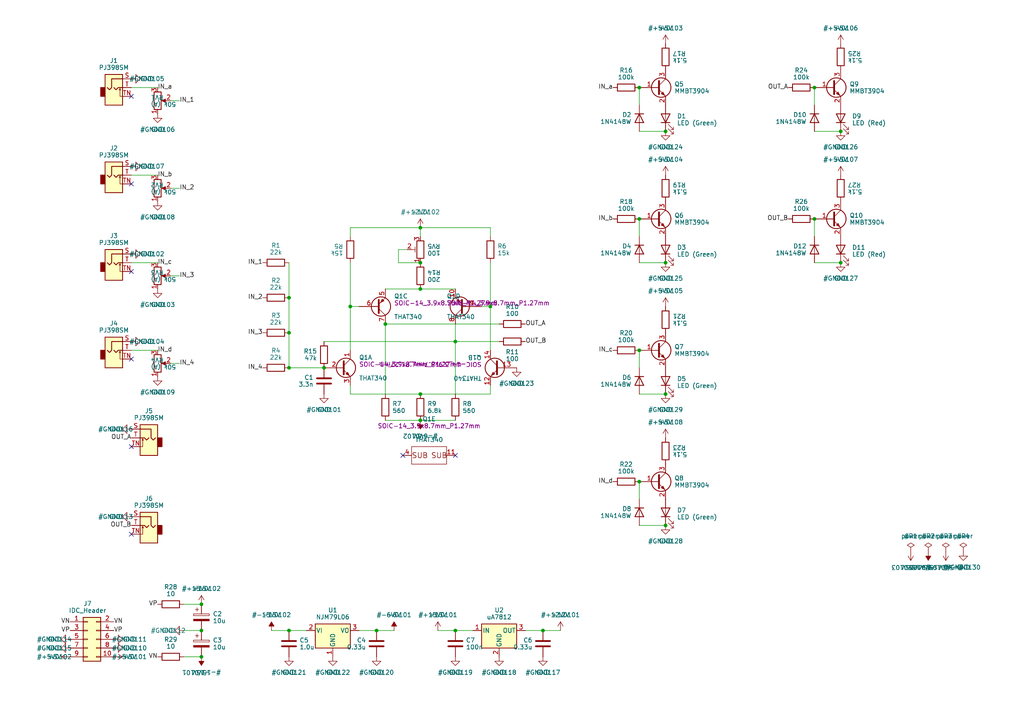
<source format=kicad_sch>
(kicad_sch (version 20211123) (generator elektron)
  (paper "A4")
  (title_block (title "cp3") (date "26-07-2023") (rev "1") (comment 1 "main circuit") (comment 2 "Moog like discrete mixer") (comment 4 "License CC BY 4.0 - Attribution 4.0 International"))
  (lib_symbols
    (symbol "Device:R" (pin_numbers hide) (pin_names (offset 0))
      (property "Reference" "R" (at 2.032 0 90))
      (property "Value" "R" (at 0 0 90))
      (symbol "R_0_1"
        (rectangle (start -1.016 -2.54) (end 1.016 2.54) (stroke (width 0.254)))
      )
      (symbol "R_1_1"
        (pin passive line (at 0 3.81 270) (length 1.27) (name "~") (number "1"))
        (pin passive line (at 0 -3.81 90) (length 1.27) (name "~") (number "2"))
      )
    )
    (symbol "elektrophon:THAT340" (pin_names (offset 0) hide)
      (property "Reference" "Q" (at 5.334 -5.08 0))
      (property "Value" "THAT340" (at 5.334 -6.858 0))
      (symbol "THAT340_1_0"
        (polyline (pts (xy 2.54 -2.54) (xy 0.635 -0.635)))
      )
      (symbol "THAT340_1_1"
        (polyline (pts (xy 2.54 2.54) (xy 0.635 0.635)))
        (polyline (pts (xy 0.635 1.905) (xy 0.635 -1.905) (xy 0.635 -1.905)) (stroke (width 0.508)))
        (polyline (pts (xy 1.27 -1.778) (xy 1.778 -1.27) (xy 2.286 -2.286) (xy 1.27 -1.778)) (fill (type outline)))
        (circle (center 1.27 0) (radius 2.794) (stroke (width 0.254)))
        (pin passive line (at 2.54 5.08 270) (length 2.54) (name "C") (number "1"))
        (pin input line (at -5.08 0 0) (length 5.715) (name "B") (number "2"))
        (pin passive line (at 2.54 -5.08 90) (length 2.54) (name "E") (number "3"))
      )
      (symbol "THAT340_2_0"
        (polyline (pts (xy 2.54 -2.54) (xy 0.635 -0.635)))
      )
      (symbol "THAT340_2_1"
        (polyline (pts (xy 2.54 2.54) (xy 0.635 0.635)))
        (polyline (pts (xy 0.635 1.905) (xy 0.635 -1.905) (xy 0.635 -1.905)) (stroke (width 0.508)))
        (polyline (pts (xy 1.27 -1.778) (xy 1.778 -1.27) (xy 2.286 -2.286) (xy 1.27 -1.778)) (fill (type outline)))
        (circle (center 1.27 0) (radius 2.794) (stroke (width 0.254)))
        (pin passive line (at 2.54 -5.08 90) (length 2.54) (name "E") (number "12"))
        (pin input line (at -5.08 0 0) (length 5.715) (name "B") (number "13"))
        (pin passive line (at 2.54 5.08 270) (length 2.54) (name "C") (number "14"))
      )
      (symbol "THAT340_3_0"
        (polyline (pts (xy 2.54 -2.54) (xy 0.635 -0.635)))
      )
      (symbol "THAT340_3_1"
        (polyline (pts (xy 2.54 2.54) (xy 0.635 0.635)))
        (polyline (pts (xy 0.635 1.905) (xy 0.635 -1.905) (xy 0.635 -1.905)) (stroke (width 0.508)))
        (polyline (pts (xy 2.159 1.651) (xy 1.651 2.159) (xy 1.143 1.143) (xy 2.159 1.651)) (fill (type outline)))
        (circle (center 1.27 0) (radius 2.794) (stroke (width 0.254)))
        (pin passive line (at 2.54 5.08 270) (length 2.54) (name "C") (number "5"))
        (pin input line (at -5.08 0 0) (length 5.715) (name "B") (number "6"))
        (pin passive line (at 2.54 -5.08 90) (length 2.54) (name "E") (number "7"))
      )
      (symbol "THAT340_4_0"
        (polyline (pts (xy 2.54 -2.54) (xy 0.635 -0.635)))
      )
      (symbol "THAT340_4_1"
        (polyline (pts (xy 2.54 2.54) (xy 0.635 0.635)))
        (polyline (pts (xy 0.635 1.905) (xy 0.635 -1.905) (xy 0.635 -1.905)) (stroke (width 0.508)))
        (polyline (pts (xy 2.159 1.651) (xy 1.651 2.159) (xy 1.143 1.143) (xy 2.159 1.651)) (fill (type outline)))
        (circle (center 1.27 0) (radius 2.794) (stroke (width 0.254)))
        (pin input line (at 2.54 5.08 270) (length 2.54) (name "~") (number "10"))
        (pin passive line (at 2.54 -5.08 90) (length 2.54) (name "E") (number "8"))
        (pin input line (at -5.08 0 0) (length 5.715) (name "B") (number "9"))
      )
      (symbol "THAT340_5_0"
        (text "SUB" (at -2.667 0 0) (effects (font (size 1.524 1.524))))
        (text "SUB" (at 2.921 0 0) (effects (font (size 1.524 1.524))))
      )
      (symbol "THAT340_5_1"
        (rectangle (start -5.08 2.54) (end 5.08 -2.54))
        (pin passive line (at 7.62 0 180) (length 2.54) (name "E") (number "11"))
        (pin input line (at -7.62 0 0) (length 2.54) (name "B") (number "4"))
      )
    )
    (symbol "power:+12V" (power) (pin_names (offset 0))
      (property "Value" "+12V" (at 0 3.556 0))
      (symbol "+12V_0_1"
        (polyline (pts (xy -0.762 1.27) (xy 0 2.54)))
        (polyline (pts (xy 0 0) (xy 0 2.54)))
        (polyline (pts (xy 0 2.54) (xy 0.762 1.27)))
      )
      (symbol "+12V_1_1"
        (pin power_in line (at 0 0 90) (length 0) hide (name "+12V") (number "1"))
      )
    )
    (symbol "Device:R_Potentiometer_Trim" (pin_names (offset 1.016) hide)
      (property "Reference" "RV" (at -4.445 0 90))
      (property "Value" "R_Potentiometer_Trim" (at -2.54 0 90))
      (symbol "R_Potentiometer_Trim_0_1"
        (polyline (pts (xy 1.524 0.762) (xy 1.524 -0.762)))
        (polyline (pts (xy 2.54 0) (xy 1.524 0)))
        (rectangle (start 1.016 2.54) (end -1.016 -2.54) (stroke (width 0.254)))
      )
      (symbol "R_Potentiometer_Trim_1_1"
        (pin passive line (at 0 3.81 270) (length 1.27) (name "1") (number "1"))
        (pin passive line (at 3.81 0 180) (length 1.27) (name "2") (number "2"))
        (pin passive line (at 0 -3.81 90) (length 1.27) (name "3") (number "3"))
      )
    )
    (symbol "power:GND" (power) (pin_names (offset 0))
      (property "Value" "GND" (at 0 -3.81 0))
      (symbol "GND_0_1"
        (polyline (pts (xy 0 0) (xy 0 -1.27) (xy 1.27 -1.27) (xy 0 -2.54) (xy -1.27 -1.27) (xy 0 -1.27)))
      )
      (symbol "GND_1_1"
        (pin power_in line (at 0 0 270) (length 0) hide (name "GND") (number "1"))
      )
    )
    (symbol "power:-6V" (power) (pin_names (offset 0))
      (property "Value" "-6V" (at 0 3.81 0))
      (symbol "-6V_0_0"
        (pin power_in line (at 0 0 90) (length 0) hide (name "-6V") (number "1"))
      )
      (symbol "-6V_0_1"
        (polyline (pts (xy 0 0) (xy 0 1.27) (xy 0.762 1.27) (xy 0 2.54) (xy -0.762 1.27) (xy 0 1.27)) (fill (type outline)))
      )
    )
    (symbol "Device:C" (pin_numbers hide) (pin_names (offset 0.254))
      (property "Reference" "C" (at 0.635 2.54 0))
      (property "Value" "C" (at 0.635 -2.54 0))
      (symbol "C_0_1"
        (polyline (pts (xy -2.032 -0.762) (xy 2.032 -0.762)) (stroke (width 0.508)))
        (polyline (pts (xy -2.032 0.762) (xy 2.032 0.762)) (stroke (width 0.508)))
      )
      (symbol "C_1_1"
        (pin passive line (at 0 3.81 270) (length 2.794) (name "~") (number "1"))
        (pin passive line (at 0 -3.81 90) (length 2.794) (name "~") (number "2"))
      )
    )
    (symbol "Connector_Audio:AudioJack2_SwitchT"
      (property "Reference" "J" (at 0 8.89 0))
      (property "Value" "AudioJack2_SwitchT" (at 0 6.35 0))
      (symbol "AudioJack2_SwitchT_0_1"
        (rectangle (start -2.54 0) (end -3.81 -2.54) (stroke (width 0.254)) (fill (type outline)))
        (polyline (pts (xy 1.778 -0.254) (xy 2.032 -0.762)))
        (polyline (pts (xy 0 0) (xy 0.635 -0.635) (xy 1.27 0) (xy 2.54 0)) (stroke (width 0.254)))
        (polyline (pts (xy 2.54 -2.54) (xy 1.778 -2.54) (xy 1.778 -0.254) (xy 1.524 -0.762)))
        (polyline (pts (xy 2.54 2.54) (xy -0.635 2.54) (xy -0.635 0) (xy -1.27 -0.635) (xy -1.905 0)) (stroke (width 0.254)))
        (rectangle (start 2.54 3.81) (end -2.54 -5.08) (stroke (width 0.254)) (fill (type background)))
      )
      (symbol "AudioJack2_SwitchT_1_1"
        (pin passive line (at 5.08 2.54 180) (length 2.54) (name "~") (number "S"))
        (pin passive line (at 5.08 0 180) (length 2.54) (name "~") (number "T"))
        (pin passive line (at 5.08 -2.54 180) (length 2.54) (name "~") (number "TN"))
      )
    )
    (symbol "Device:R_Potentiometer" (pin_names (offset 1.016) hide)
      (property "Reference" "RV" (at -4.445 0 90))
      (property "Value" "R_Potentiometer" (at -2.54 0 90))
      (symbol "R_Potentiometer_0_1"
        (polyline (pts (xy 2.54 0) (xy 1.524 0)))
        (polyline (pts (xy 1.143 0) (xy 2.286 0.508) (xy 2.286 -0.508) (xy 1.143 0)) (fill (type outline)))
        (rectangle (start 1.016 2.54) (end -1.016 -2.54) (stroke (width 0.254)))
      )
      (symbol "R_Potentiometer_1_1"
        (pin passive line (at 0 3.81 270) (length 1.27) (name "1") (number "1"))
        (pin passive line (at 3.81 0 180) (length 1.27) (name "2") (number "2"))
        (pin passive line (at 0 -3.81 90) (length 1.27) (name "3") (number "3"))
      )
    )
    (symbol "Transistor_BJT:MMBT3904" (pin_names (offset 0) hide)
      (property "Reference" "Q" (at 5.08 1.905 0))
      (property "Value" "MMBT3904" (at 5.08 0 0))
      (symbol "MMBT3904_0_1"
        (polyline (pts (xy 0.635 0.635) (xy 2.54 2.54)))
        (polyline (pts (xy 0.635 -0.635) (xy 2.54 -2.54) (xy 2.54 -2.54)))
        (polyline (pts (xy 0.635 1.905) (xy 0.635 -1.905) (xy 0.635 -1.905)) (stroke (width 0.508)))
        (polyline (pts (xy 1.27 -1.778) (xy 1.778 -1.27) (xy 2.286 -2.286) (xy 1.27 -1.778) (xy 1.27 -1.778)) (fill (type outline)))
        (circle (center 1.27 0) (radius 2.8194) (stroke (width 0.254)))
      )
      (symbol "MMBT3904_1_1"
        (pin input line (at -5.08 0 0) (length 5.715) (name "B") (number "1"))
        (pin passive line (at 2.54 -5.08 90) (length 2.54) (name "E") (number "2"))
        (pin passive line (at 2.54 5.08 270) (length 2.54) (name "C") (number "3"))
      )
    )
    (symbol "power:+5V" (power) (pin_names (offset 0))
      (property "Value" "+5V" (at 0 3.556 0))
      (symbol "+5V_0_1"
        (polyline (pts (xy -0.762 1.27) (xy 0 2.54)))
        (polyline (pts (xy 0 0) (xy 0 2.54)))
        (polyline (pts (xy 0 2.54) (xy 0.762 1.27)))
      )
      (symbol "+5V_1_1"
        (pin power_in line (at 0 0 90) (length 0) hide (name "+5V") (number "1"))
      )
    )
    (symbol "Device:LED" (pin_numbers hide) (pin_names (offset 1.016) hide)
      (property "Reference" "D" (at 0 2.54 0))
      (property "Value" "LED" (at 0 -2.54 0))
      (symbol "LED_0_1"
        (polyline (pts (xy -1.27 -1.27) (xy -1.27 1.27)) (stroke (width 0.254)))
        (polyline (pts (xy -1.27 0) (xy 1.27 0)))
        (polyline (pts (xy 1.27 -1.27) (xy 1.27 1.27) (xy -1.27 0) (xy 1.27 -1.27)) (stroke (width 0.254)))
        (polyline (pts (xy -3.048 -0.762) (xy -4.572 -2.286) (xy -3.81 -2.286) (xy -4.572 -2.286) (xy -4.572 -1.524)))
        (polyline (pts (xy -1.778 -0.762) (xy -3.302 -2.286) (xy -2.54 -2.286) (xy -3.302 -2.286) (xy -3.302 -1.524)))
      )
      (symbol "LED_1_1"
        (pin passive line (at -3.81 0 0) (length 2.54) (name "K") (number "1"))
        (pin passive line (at 3.81 0 180) (length 2.54) (name "A") (number "2"))
      )
    )
    (symbol "Diode:1N4148" (pin_numbers hide) (pin_names hide)
      (property "Reference" "D" (at 0 2.54 0))
      (property "Value" "1N4148" (at 0 -2.54 0))
      (symbol "1N4148_0_1"
        (polyline (pts (xy -1.27 1.27) (xy -1.27 -1.27)) (stroke (width 0.254)))
        (polyline (pts (xy 1.27 0) (xy -1.27 0)))
        (polyline (pts (xy 1.27 1.27) (xy 1.27 -1.27) (xy -1.27 0) (xy 1.27 1.27)) (stroke (width 0.254)))
      )
      (symbol "1N4148_1_1"
        (pin passive line (at -3.81 0 0) (length 2.54) (name "K") (number "1"))
        (pin passive line (at 3.81 0 180) (length 2.54) (name "A") (number "2"))
      )
    )
    (symbol "Connector_Generic:Conn_02x05_Odd_Even" (pin_names (offset 1.016) hide)
      (property "Reference" "J" (at 1.27 7.62 0))
      (property "Value" "Conn_02x05_Odd_Even" (at 1.27 -7.62 0))
      (symbol "Conn_02x05_Odd_Even_1_1"
        (rectangle (start -1.27 -4.953) (end 0 -5.207) (stroke (width 0.1524)))
        (rectangle (start -1.27 -2.413) (end 0 -2.667) (stroke (width 0.1524)))
        (rectangle (start -1.27 0.127) (end 0 -0.127) (stroke (width 0.1524)))
        (rectangle (start -1.27 2.667) (end 0 2.413) (stroke (width 0.1524)))
        (rectangle (start -1.27 5.207) (end 0 4.953) (stroke (width 0.1524)))
        (rectangle (start -1.27 6.35) (end 3.81 -6.35) (stroke (width 0.254)) (fill (type background)))
        (rectangle (start 3.81 -4.953) (end 2.54 -5.207) (stroke (width 0.1524)))
        (rectangle (start 3.81 -2.413) (end 2.54 -2.667) (stroke (width 0.1524)))
        (rectangle (start 3.81 0.127) (end 2.54 -0.127) (stroke (width 0.1524)))
        (rectangle (start 3.81 2.667) (end 2.54 2.413) (stroke (width 0.1524)))
        (rectangle (start 3.81 5.207) (end 2.54 4.953) (stroke (width 0.1524)))
        (pin passive line (at -5.08 5.08 0) (length 3.81) (name "Pin_1") (number "1"))
        (pin passive line (at 7.62 -5.08 180) (length 3.81) (name "Pin_10") (number "10"))
        (pin passive line (at 7.62 5.08 180) (length 3.81) (name "Pin_2") (number "2"))
        (pin passive line (at -5.08 2.54 0) (length 3.81) (name "Pin_3") (number "3"))
        (pin passive line (at 7.62 2.54 180) (length 3.81) (name "Pin_4") (number "4"))
        (pin passive line (at -5.08 0 0) (length 3.81) (name "Pin_5") (number "5"))
        (pin passive line (at 7.62 0 180) (length 3.81) (name "Pin_6") (number "6"))
        (pin passive line (at -5.08 -2.54 0) (length 3.81) (name "Pin_7") (number "7"))
        (pin passive line (at 7.62 -2.54 180) (length 3.81) (name "Pin_8") (number "8"))
        (pin passive line (at -5.08 -5.08 0) (length 3.81) (name "Pin_9") (number "9"))
      )
    )
    (symbol "power:+15V" (power) (pin_names (offset 0))
      (property "Value" "+15V" (at 0 3.556 0))
      (symbol "+15V_0_1"
        (polyline (pts (xy -0.762 1.27) (xy 0 2.54)))
        (polyline (pts (xy 0 0) (xy 0 2.54)))
        (polyline (pts (xy 0 2.54) (xy 0.762 1.27)))
      )
      (symbol "+15V_1_1"
        (pin power_in line (at 0 0 90) (length 0) hide (name "+15V") (number "1"))
      )
    )
    (symbol "Device:C_Polarized" (pin_numbers hide) (pin_names (offset 0.254))
      (property "Reference" "C" (at 0.635 2.54 0))
      (property "Value" "C_Polarized" (at 0.635 -2.54 0))
      (symbol "C_Polarized_0_1"
        (rectangle (start -2.286 0.508) (end 2.286 1.016))
        (polyline (pts (xy -1.778 2.286) (xy -0.762 2.286)))
        (polyline (pts (xy -1.27 2.794) (xy -1.27 1.778)))
        (rectangle (start 2.286 -0.508) (end -2.286 -1.016) (fill (type outline)))
      )
      (symbol "C_Polarized_1_1"
        (pin passive line (at 0 3.81 270) (length 2.794) (name "~") (number "1"))
        (pin passive line (at 0 -3.81 90) (length 2.794) (name "~") (number "2"))
      )
    )
    (symbol "power:-15V" (power) (pin_names (offset 0))
      (property "Value" "-15V" (at 0 3.81 0))
      (symbol "-15V_0_0"
        (pin power_in line (at 0 0 90) (length 0) hide (name "-15V") (number "1"))
      )
      (symbol "-15V_0_1"
        (polyline (pts (xy 0 0) (xy 0 1.27) (xy 0.762 1.27) (xy 0 2.54) (xy -0.762 1.27) (xy 0 1.27)) (fill (type outline)))
      )
    )
    (symbol "elektrophon:NJM79L00S" (pin_names (offset 0.254))
      (property "Reference" "U" (at -3.81 3.175 0))
      (property "Value" "NJM79L00S" (at 0 3.175 0))
      (symbol "NJM79L00S_0_1"
        (rectangle (start -5.08 -5.08) (end 5.08 1.905) (stroke (width 0.254)) (fill (type background)))
      )
      (symbol "NJM79L00S_1_1"
        (pin power_in line (at 0 -7.62 90) (length 2.54) (name "GND") (number "1"))
        (pin power_in line (at -7.62 0 0) (length 2.54) (name "VI") (number "2"))
        (pin power_out line (at 7.62 0 180) (length 2.54) (name "VO") (number "3"))
      )
    )
    (symbol "Regulator_Linear:uA7812" (pin_names (offset 0.254))
      (property "Reference" "U" (at -3.81 3.175 0))
      (property "Value" "uA7812" (at 0 3.175 0))
      (symbol "uA7812_0_1"
        (rectangle (start -5.08 1.905) (end 5.08 -5.08) (stroke (width 0.254)) (fill (type background)))
      )
      (symbol "uA7812_1_1"
        (pin power_in line (at -7.62 0 0) (length 2.54) (name "IN") (number "1"))
        (pin power_in line (at 0 -7.62 90) (length 2.54) (name "GND") (number "2"))
        (pin power_out line (at 7.62 0 180) (length 2.54) (name "OUT") (number "3"))
      )
    )
    (symbol "power:PWR_FLAG" (power) (pin_numbers hide) (pin_names (offset 0) hide)
      (property "Value" "PWR_FLAG" (at 0 3.81 0))
      (symbol "PWR_FLAG_0_0"
        (pin power_out line (at 0 0 90) (length 0) (name "pwr") (number "1"))
      )
      (symbol "PWR_FLAG_0_1"
        (polyline (pts (xy 0 0) (xy 0 1.27) (xy -1.016 1.905) (xy 0 2.54) (xy 1.016 1.905) (xy 0 1.27)))
      )
    )
  )
  (label "IN_1" (at 76.2 76.2 180))
  (symbol (lib_id "Device:R") (at 80.01 76.2 90) (unit 1)
    (property "Reference" "R1" (at 80.01 71.18 -90))
    (property "Value" "22k" (at 80.01 73.18 -90))
    (property "Footprint" "Resistor_SMD:R_0805_2012Metric_Pad1.20x1.40mm_HandSolder" (effects hide))
  )
  (wire (pts (xy 83.82 76.2) (xy 83.82 86.36)))
  (junction (at 83.82 86.36))
  (symbol (lib_id "Device:R") (at 80.01 86.36 270) (unit 1)
    (property "Reference" "R2" (at 80.01 81.34 -270))
    (property "Value" "22k" (at 80.01 83.34 -270))
    (property "Footprint" "Resistor_SMD:R_0805_2012Metric_Pad1.20x1.40mm_HandSolder" (effects hide))
  )
  (label "IN_2" (at 76.2 86.36 180))
  (wire (pts (xy 83.82 86.36) (xy 83.82 96.52)))
  (junction (at 83.82 96.52))
  (symbol (lib_id "Device:R") (at 80.01 96.52 270) (unit 1)
    (property "Reference" "R3" (at 80.01 91.5 -270))
    (property "Value" "22k" (at 80.01 93.5 -270))
    (property "Footprint" "Resistor_SMD:R_0805_2012Metric_Pad1.20x1.40mm_HandSolder" (effects hide))
  )
  (label "IN_3" (at 76.2 96.52 180))
  (wire (pts (xy 83.82 96.52) (xy 83.82 106.68)))
  (junction (at 83.82 106.68))
  (symbol (lib_id "Device:R") (at 80.01 106.68 270) (unit 1)
    (property "Reference" "R4" (at 80.01 101.66 -270))
    (property "Value" "22k" (at 80.01 103.66 -270))
    (property "Footprint" "Resistor_SMD:R_0805_2012Metric_Pad1.20x1.40mm_HandSolder" (effects hide))
  )
  (label "IN_4" (at 76.2 106.68 180))
  (wire (pts (xy 83.82 106.68) (xy 93.98 106.68)))
  (junction (at 93.98 106.68))
  (symbol (lib_id "elektrophon:THAT340") (at 99.06 106.68 0) (unit 1)
    (property "Reference" "Q1" (at 104.12 103.68 360) (effects (justify left)))
    (property "Value" "THAT340" (at 104.12 109.68 360) (effects (justify left)))
    (property "Footprint" "SOIC-14_3.9x8.7mm_P1.27mm" (at 104.12 105.68 360) (effects (justify left)))
    (property "Spice_Model" "THAT340" (effects hide))
    (property "Spice_Netlist_Enabled" "Y" (effects hide))
    (property "Spice_Primitive" "X" (effects hide))
  )
  (wire (pts (xy 101.6 101.6) (xy 101.6 88.9)))
  (junction (at 101.6 88.9))
  (wire (pts (xy 101.6 88.9) (xy 101.6 76.2)))
  (symbol (lib_id "Device:R") (at 101.6 72.39 180) (unit 1)
    (property "Reference" "R5" (at 99.58 71.39 180) (effects (justify right)))
    (property "Value" "15k" (at 99.58 73.39 180) (effects (justify right)))
    (property "Footprint" "Resistor_SMD:R_0805_2012Metric_Pad1.20x1.40mm_HandSolder" (effects hide))
  )
  (wire (pts (xy 101.6 68.58) (xy 101.6 66.04)))
  (wire (pts (xy 101.6 66.04) (xy 121.92 66.04)))
  (junction (at 121.92 66.04))
  (symbol (lib_id "power:+12V") (at 121.92 66.04 0) (unit 1)
    (property "Reference" "+12V" (at 121.92 61.5 0))
    (property "Value" "+12V" (at 121.92 61.5 0))
  )
  (wire (pts (xy 101.6 88.9) (xy 104.14 88.9)))
  (symbol (lib_id "elektrophon:THAT340") (at 109.22 88.9 0) (unit 3)
    (property "Reference" "Q1" (at 114.28 85.9 360) (effects (justify left)))
    (property "Value" "THAT340" (at 114.28 91.9 360) (effects (justify left)))
    (property "Footprint" "SOIC-14_3.9x8.7mm_P1.27mm" (at 114.28 87.9 360) (effects (justify left)))
    (property "Spice_Primitive" "X" (effects hide))
    (property "Spice_Netlist_Enabled" "Y" (effects hide))
    (property "Spice_Model" "THAT340" (effects hide))
  )
  (junction (at 111.76 93.98))
  (wire (pts (xy 111.76 93.98) (xy 111.76 114.3)))
  (symbol (lib_id "Device:R") (at 111.76 118.11 0) (unit 1)
    (property "Reference" "R7" (at 113.78 117.11 360) (effects (justify left)))
    (property "Value" "560" (at 113.78 119.11 360) (effects (justify left)))
    (property "Footprint" "Resistor_SMD:R_0805_2012Metric_Pad1.20x1.40mm_HandSolder" (effects hide))
  )
  (wire (pts (xy 111.76 83.82) (xy 121.92 83.82)))
  (symbol (lib_id "Device:R") (at 121.92 80.01 180) (unit 1)
    (property "Reference" "R14" (at 123.94 79.00999999999999 180) (effects (justify left)))
    (property "Value" "200" (at 123.94 81.00999999999999 180) (effects (justify left)))
    (property "Footprint" "Resistor_SMD:R_0805_2012Metric_Pad1.20x1.40mm_HandSolder" (effects hide))
  )
  (junction (at 121.92 76.2))
  (symbol (lib_id "Device:R_Potentiometer_Trim") (at 121.92 72.39 180) (unit 1)
    (property "Reference" "RV5" (at 123.94 71.39 180) (effects (justify left)))
    (property "Value" "100" (at 123.94 73.39 180) (effects (justify left)))
    (property "Footprint" "Potentiometer_THT:Potentiometer_Bourns_3299W_Vertical" (effects hide))
    (property "Spice_Primitive" "X" (effects hide))
    (property "Spice_Model" "Potentiometer" (effects hide))
  )
  (wire (pts (xy 118.11 72.39) (xy 115.57 72.39)))
  (wire (pts (xy 115.57 72.39) (xy 115.57 76.2)))
  (wire (pts (xy 115.57 76.2) (xy 121.92 76.2)))
  (wire (pts (xy 121.92 68.58) (xy 121.92 66.04)))
  (wire (pts (xy 121.92 66.04) (xy 142.24 66.04)))
  (wire (pts (xy 142.24 66.04) (xy 142.24 68.58)))
  (symbol (lib_id "Device:R") (at 142.24 72.39 0) (unit 1)
    (property "Reference" "R6" (at 144.26 71.39 360) (effects (justify left)))
    (property "Value" "15k" (at 144.26 73.39 360) (effects (justify left)))
    (property "Footprint" "Resistor_SMD:R_0805_2012Metric_Pad1.20x1.40mm_HandSolder" (effects hide))
  )
  (wire (pts (xy 142.24 76.2) (xy 142.24 88.9)))
  (junction (at 142.24 88.9))
  (wire (pts (xy 142.24 88.9) (xy 139.7 88.9)))
  (symbol (lib_id "elektrophon:THAT340") (at 134.62 88.9 0) (mirror y) (unit 4)
    (property "Reference" "Q1" (at 129.56 85.9 360) (effects (justify right)))
    (property "Value" "THAT340" (at 129.56 91.9 360) (effects (justify right)))
    (property "Footprint" "SOIC-14_3.9x8.7mm_P1.27mm" (at 129.56 87.9 360) (effects (justify right)))
    (property "Spice_Primitive" "X" (effects hide))
    (property "Spice_Model" "THAT340" (effects hide))
    (property "Spice_Netlist_Enabled" "Y" (effects hide))
  )
  (wire (pts (xy 132.08 83.82) (xy 121.92 83.82)))
  (junction (at 121.92 83.82))
  (wire (pts (xy 142.24 88.9) (xy 142.24 101.6)))
  (symbol (lib_id "elektrophon:THAT340") (at 144.78 106.68 180) (mirror x) (unit 2)
    (property "Reference" "Q1" (at 139.72 103.68 180) (effects (justify right)))
    (property "Value" "THAT340" (at 139.72 109.68 180) (effects (justify right)))
    (property "Footprint" "SOIC-14_3.9x8.7mm_P1.27mm" (at 139.72 105.68 180) (effects (justify right)))
    (property "Spice_Netlist_Enabled" "Y" (effects hide))
    (property "Spice_Primitive" "X" (effects hide))
    (property "Spice_Model" "THAT340" (effects hide))
  )
  (symbol (lib_id "power:GND") (at 149.86 106.68 0) (unit 1)
    (property "Reference" "GND" (at 149.86 111.22 0))
    (property "Value" "GND" (at 149.86 111.22 0))
  )
  (wire (pts (xy 142.24 111.76) (xy 142.24 114.3)))
  (wire (pts (xy 142.24 114.3) (xy 121.92 114.3)))
  (junction (at 121.92 114.3))
  (wire (pts (xy 121.92 114.3) (xy 101.6 114.3)))
  (wire (pts (xy 101.6 114.3) (xy 101.6 111.76)))
  (symbol (lib_id "Device:R") (at 121.92 118.11 0) (unit 1)
    (property "Reference" "R9" (at 123.94 117.11 360) (effects (justify left)))
    (property "Value" "6.8k" (at 123.94 119.11 360) (effects (justify left)))
    (property "Footprint" "Resistor_SMD:R_0805_2012Metric_Pad1.20x1.40mm_HandSolder" (effects hide))
  )
  (junction (at 121.92 121.92))
  (symbol (lib_id "power:-6V") (at 121.92 121.92 180) (unit 1)
    (property "Reference" "-6V" (at 121.92 126.46 -180))
    (property "Value" "-6V" (at 121.92 126.46 -180))
  )
  (wire (pts (xy 132.08 93.98) (xy 132.08 99.06)))
  (junction (at 132.08 99.06))
  (wire (pts (xy 132.08 99.06) (xy 132.08 114.3)))
  (symbol (lib_id "Device:R") (at 132.08 118.11 0) (unit 1)
    (property "Reference" "R8" (at 134.1 117.11 360) (effects (justify left)))
    (property "Value" "560" (at 134.1 119.11 360) (effects (justify left)))
    (property "Footprint" "Resistor_SMD:R_0805_2012Metric_Pad1.20x1.40mm_HandSolder" (effects hide))
  )
  (wire (pts (xy 132.08 99.06) (xy 93.98 99.06)))
  (symbol (lib_id "Device:R") (at 93.98 102.87 0) (unit 1)
    (property "Reference" "R15" (at 91.96 101.87 360) (effects (justify right)))
    (property "Value" "47k" (at 91.96 103.87 360) (effects (justify right)))
    (property "Footprint" "Resistor_SMD:R_0805_2012Metric_Pad1.20x1.40mm_HandSolder" (effects hide))
  )
  (wire (pts (xy 93.98 106.68) (xy 93.98 106.68)))
  (symbol (lib_id "Device:C") (at 93.98 110.49 0) (unit 1)
    (property "Reference" "C1" (at 90.95 109.49000000000001 360) (effects (justify right)))
    (property "Value" "3.3n" (at 90.95 111.49000000000001 360) (effects (justify right)))
    (property "Footprint" "Capacitor_SMD:C_0805_2012Metric_Pad1.18x1.45mm_HandSolder" (effects hide))
  )
  (symbol (lib_id "power:GND") (at 93.98 114.3 0) (unit 1)
    (property "Reference" "GND" (at 93.98 118.84 0))
    (property "Value" "GND" (at 93.98 118.84 0))
  )
  (wire (pts (xy 121.92 121.92) (xy 111.76 121.92)))
  (wire (pts (xy 121.92 121.92) (xy 132.08 121.92)))
  (wire (pts (xy 111.76 93.98) (xy 144.78 93.98)))
  (symbol (lib_id "Device:R") (at 148.59 93.98 90) (unit 1)
    (property "Reference" "R10" (at 148.59 88.96 -90))
    (property "Value" "100" (at 148.59 90.96 -90))
    (property "Footprint" "Resistor_SMD:R_0805_2012Metric_Pad1.20x1.40mm_HandSolder" (effects hide))
  )
  (label "OUT_A" (at 152.4 93.98 0))
  (wire (pts (xy 132.08 99.06) (xy 144.78 99.06)))
  (symbol (lib_id "Device:R") (at 148.59 99.06 90) (unit 1)
    (property "Reference" "R11" (at 148.59 102.08 -90))
    (property "Value" "100" (at 148.59 104.08 -90))
    (property "Footprint" "Resistor_SMD:R_0805_2012Metric_Pad1.20x1.40mm_HandSolder" (effects hide))
  )
  (label "OUT_B" (at 152.4 99.06 0))
  (symbol (lib_id "Connector_Audio:AudioJack2_SwitchT") (at 33.02 25.4 0) (unit 1)
    (property "Reference" "J1" (at 33.02 17.59 0))
    (property "Value" "PJ398SM" (at 33.02 19.59 0))
    (property "Footprint" "elektrophon:Jack_3.5mm_WQP-PJ398SM_Vertical" (effects hide))
  )
  (symbol (lib_id "power:GND") (at 38.1 22.86 90) (unit 1)
    (property "Reference" "GND" (at 42.64 22.86 -90))
    (property "Value" "GND" (at 42.64 22.86 -90))
  )
  (wire (pts (xy 38.1 25.4) (xy 40.64 25.4)))
  (wire (pts (xy 40.64 25.4) (xy 45.72 25.4)))
  (label "IN_a" (at 45.72 25.4 0))
  (symbol (lib_id "Device:R_Potentiometer") (at 45.72 29.21 180) (mirror y) (unit 1)
    (property "Reference" "RV1" (at 43.7 28.21 180) (effects (justify right)))
    (property "Value" "50k (A)" (at 43.7 30.21 180) (effects (justify right)))
    (property "Footprint" "elektrophon:Potentiometer_Alpha_RD901F-40-00D_Single_Vertical" (effects hide))
    (property "Spice_Primitive" "X" (effects hide))
    (property "Spice_Model" "Potentiometer" (effects hide))
  )
  (wire (pts (xy 49.53 29.21) (xy 52.07 29.21)))
  (label "IN_1" (at 52.07 29.21 0))
  (symbol (lib_id "power:GND") (at 45.72 33.02 0) (unit 1)
    (property "Reference" "GND" (at 45.72 37.56 0))
    (property "Value" "GND" (at 45.72 37.56 0))
  )
  (no_connect (at 38.1 27.94))
  (symbol (lib_id "Connector_Audio:AudioJack2_SwitchT") (at 33.02 50.8 0) (unit 1)
    (property "Reference" "J2" (at 33.02 42.99 0))
    (property "Value" "PJ398SM" (at 33.02 44.99 0))
    (property "Footprint" "elektrophon:Jack_3.5mm_WQP-PJ398SM_Vertical" (effects hide))
  )
  (symbol (lib_id "power:GND") (at 38.1 48.26 90) (unit 1)
    (property "Reference" "GND" (at 42.64 48.26 -90))
    (property "Value" "GND" (at 42.64 48.26 -90))
  )
  (wire (pts (xy 38.1 50.8) (xy 40.64 50.8)))
  (wire (pts (xy 40.64 50.8) (xy 45.72 50.8)))
  (label "IN_b" (at 45.72 50.8 0))
  (symbol (lib_id "Device:R_Potentiometer") (at 45.72 54.61 180) (mirror y) (unit 1)
    (property "Reference" "RV2" (at 43.7 53.61 180) (effects (justify right)))
    (property "Value" "50k (A)" (at 43.7 55.61 180) (effects (justify right)))
    (property "Footprint" "elektrophon:Potentiometer_Alpha_RD901F-40-00D_Single_Vertical" (effects hide))
    (property "Spice_Model" "Potentiometer" (effects hide))
    (property "Spice_Primitive" "X" (effects hide))
  )
  (wire (pts (xy 49.53 54.61) (xy 52.07 54.61)))
  (label "IN_2" (at 52.07 54.61 0))
  (symbol (lib_id "power:GND") (at 45.72 58.42 0) (unit 1)
    (property "Reference" "GND" (at 45.72 62.96 0))
    (property "Value" "GND" (at 45.72 62.96 0))
  )
  (no_connect (at 38.1 53.34))
  (symbol (lib_id "Connector_Audio:AudioJack2_SwitchT") (at 33.02 76.2 0) (unit 1)
    (property "Reference" "J3" (at 33.02 68.39 0))
    (property "Value" "PJ398SM" (at 33.02 70.39 0))
    (property "Footprint" "elektrophon:Jack_3.5mm_WQP-PJ398SM_Vertical" (effects hide))
  )
  (symbol (lib_id "power:GND") (at 38.1 73.66 90) (unit 1)
    (property "Reference" "GND" (at 42.64 73.66 -90))
    (property "Value" "GND" (at 42.64 73.66 -90))
  )
  (wire (pts (xy 38.1 76.2) (xy 40.64 76.2)))
  (wire (pts (xy 40.64 76.2) (xy 45.72 76.2)))
  (label "IN_c" (at 45.72 76.2 0))
  (symbol (lib_id "Device:R_Potentiometer") (at 45.72 80.01 180) (mirror y) (unit 1)
    (property "Reference" "RV3" (at 43.7 79.00999999999999 180) (effects (justify right)))
    (property "Value" "50k (A)" (at 43.7 81.00999999999999 180) (effects (justify right)))
    (property "Footprint" "elektrophon:Potentiometer_Alpha_RD901F-40-00D_Single_Vertical" (effects hide))
    (property "Spice_Primitive" "X" (effects hide))
    (property "Spice_Model" "Potentiometer" (effects hide))
  )
  (wire (pts (xy 49.53 80.01) (xy 52.07 80.01)))
  (label "IN_3" (at 52.07 80.01 0))
  (symbol (lib_id "power:GND") (at 45.72 83.82 0) (unit 1)
    (property "Reference" "GND" (at 45.72 88.36 0))
    (property "Value" "GND" (at 45.72 88.36 0))
  )
  (no_connect (at 38.1 78.74))
  (symbol (lib_id "Connector_Audio:AudioJack2_SwitchT") (at 33.02 101.6 0) (unit 1)
    (property "Reference" "J4" (at 33.02 93.79 0))
    (property "Value" "PJ398SM" (at 33.02 95.79 0))
    (property "Footprint" "elektrophon:Jack_3.5mm_WQP-PJ398SM_Vertical" (effects hide))
  )
  (symbol (lib_id "power:GND") (at 38.1 99.06 90) (unit 1)
    (property "Reference" "GND" (at 42.64 99.06 -90))
    (property "Value" "GND" (at 42.64 99.06 -90))
  )
  (wire (pts (xy 38.1 101.6) (xy 40.64 101.6)))
  (wire (pts (xy 40.64 101.6) (xy 45.72 101.6)))
  (label "IN_d" (at 45.72 101.6 0))
  (symbol (lib_id "Device:R_Potentiometer") (at 45.72 105.41 180) (mirror y) (unit 1)
    (property "Reference" "RV4" (at 43.7 104.41 180) (effects (justify right)))
    (property "Value" "50k (A)" (at 43.7 106.41 180) (effects (justify right)))
    (property "Footprint" "elektrophon:Potentiometer_Alpha_RD901F-40-00D_Single_Vertical" (effects hide))
    (property "Spice_Primitive" "X" (effects hide))
    (property "Spice_Model" "Potentiometer" (effects hide))
  )
  (wire (pts (xy 49.53 105.41) (xy 52.07 105.41)))
  (label "IN_4" (at 52.07 105.41 0))
  (symbol (lib_id "power:GND") (at 45.72 109.22 0) (unit 1)
    (property "Reference" "GND" (at 45.72 113.76 0))
    (property "Value" "GND" (at 45.72 113.76 0))
  )
  (no_connect (at 38.1 104.14))
  (symbol (lib_id "Connector_Audio:AudioJack2_SwitchT") (at 43.18 127 0) (mirror y) (unit 1)
    (property "Reference" "J5" (at 43.18 119.19 0))
    (property "Value" "PJ398SM" (at 43.18 121.19 0))
    (property "Footprint" "elektrophon:Jack_3.5mm_WQP-PJ398SM_Vertical" (effects hide))
  )
  (symbol (lib_id "power:GND") (at 38.1 124.46 270) (unit 1)
    (property "Reference" "GND" (at 33.56 124.46 -270))
    (property "Value" "GND" (at 33.56 124.46 -270))
  )
  (label "OUT_A" (at 38.1 127 180))
  (no_connect (at 38.1 129.54))
  (symbol (lib_id "Connector_Audio:AudioJack2_SwitchT") (at 43.18 152.4 0) (mirror y) (unit 1)
    (property "Reference" "J6" (at 43.18 144.59 0))
    (property "Value" "PJ398SM" (at 43.18 146.59 0))
    (property "Footprint" "elektrophon:Jack_3.5mm_WQP-PJ398SM_Vertical" (effects hide))
  )
  (symbol (lib_id "power:GND") (at 38.1 149.86 270) (unit 1)
    (property "Reference" "GND" (at 33.56 149.86 -270))
    (property "Value" "GND" (at 33.56 149.86 -270))
  )
  (label "OUT_B" (at 38.1 152.4 180))
  (no_connect (at 38.1 154.94))
  (symbol (lib_id "elektrophon:THAT340") (at 124.46 132.08 0) (unit 5)
    (property "Reference" "Q1" (at 124.46 121.53999999999999 0))
    (property "Value" "THAT340" (at 124.46 127.53999999999999 0))
    (property "Footprint" "SOIC-14_3.9x8.7mm_P1.27mm" (at 124.46 123.53999999999999 0))
    (property "Spice_Model" "THAT340" (effects hide))
    (property "Spice_Netlist_Enabled" "Y" (effects hide))
    (property "Spice_Primitive" "X" (effects hide))
  )
  (no_connect (at 116.84 132.08))
  (no_connect (at 132.08 132.08))
  (label "IN_a" (at 177.8 25.4 180))
  (symbol (lib_id "Device:R") (at 181.61 25.4 90) (unit 1)
    (property "Reference" "R16" (at 181.61 20.38 -90))
    (property "Value" "100k" (at 181.61 22.38 -90))
    (property "Footprint" "Resistor_SMD:R_0805_2012Metric_Pad1.20x1.40mm_HandSolder" (effects hide))
  )
  (junction (at 185.42 25.4))
  (symbol (lib_id "Transistor_BJT:MMBT3904") (at 190.5 25.4 0) (unit 1)
    (property "Reference" "Q5" (at 195.59 24.4 360) (effects (justify left)))
    (property "Value" "MMBT3904" (at 195.59 26.4 360) (effects (justify left)))
    (property "Footprint" "Package_TO_SOT_SMD:SOT-23" (effects hide))
    (property "Datasheet" "https://www.onsemi.com/pdf/datasheet/pzt3904-d.pdf" (effects hide))
  )
  (symbol (lib_id "Device:R") (at 193.04 16.51 180) (unit 1)
    (property "Reference" "R17" (at 195.06 15.509999999999998 180) (effects (justify left)))
    (property "Value" "5.1k" (at 195.06 17.509999999999998 180) (effects (justify left)))
    (property "Footprint" "Resistor_SMD:R_0805_2012Metric_Pad1.20x1.40mm_HandSolder" (effects hide))
  )
  (symbol (lib_id "power:+5V") (at 193.04 12.7 0) (unit 1)
    (property "Reference" "+5V" (at 193.04 8.16 0))
    (property "Value" "+5V" (at 193.04 8.16 0))
  )
  (symbol (lib_id "Device:LED") (at 193.04 34.29 90) (unit 1)
    (property "Reference" "D1" (at 196.33 33.67 270) (effects (justify left)))
    (property "Value" "LED (Green)" (at 196.33 35.67 270) (effects (justify left)))
    (property "Footprint" "LED_THT:LED_D3.0mm" (effects hide))
  )
  (junction (at 193.04 38.1))
  (symbol (lib_id "power:GND") (at 193.04 38.1 0) (unit 1)
    (property "Reference" "GND" (at 193.04 42.64 0))
    (property "Value" "GND" (at 193.04 42.64 0))
  )
  (wire (pts (xy 193.04 38.1) (xy 185.42 38.1)))
  (symbol (lib_id "Diode:1N4148") (at 185.42 34.29 270) (unit 1)
    (property "Reference" "D2" (at 183.15 33.29 90) (effects (justify right)))
    (property "Value" "1N4148W" (at 183.15 35.29 90) (effects (justify right)))
    (property "Footprint" "Diode_SMD:D_SOD-123" (effects hide))
    (property "Datasheet" "https://assets.nexperia.com/documents/data-sheet/1N4148_1N4448.pdf" (effects hide))
    (property "Sim.Device" "D" (effects hide))
    (property "Sim.Pins" "1=K 2=A" (effects hide))
  )
  (wire (pts (xy 185.42 30.48) (xy 185.42 25.4)))
  (label "IN_b" (at 177.8 63.5 180))
  (symbol (lib_id "Device:R") (at 181.61 63.5 90) (unit 1)
    (property "Reference" "R18" (at 181.61 58.48 -90))
    (property "Value" "100k" (at 181.61 60.48 -90))
    (property "Footprint" "Resistor_SMD:R_0805_2012Metric_Pad1.20x1.40mm_HandSolder" (effects hide))
  )
  (junction (at 185.42 63.5))
  (symbol (lib_id "Transistor_BJT:MMBT3904") (at 190.5 63.5 0) (unit 1)
    (property "Reference" "Q6" (at 195.59 62.5 360) (effects (justify left)))
    (property "Value" "MMBT3904" (at 195.59 64.5 360) (effects (justify left)))
    (property "Footprint" "Package_TO_SOT_SMD:SOT-23" (effects hide))
    (property "Datasheet" "https://www.onsemi.com/pdf/datasheet/pzt3904-d.pdf" (effects hide))
  )
  (symbol (lib_id "Device:R") (at 193.04 54.61 180) (unit 1)
    (property "Reference" "R19" (at 195.06 53.61 180) (effects (justify left)))
    (property "Value" "5.1k" (at 195.06 55.61 180) (effects (justify left)))
    (property "Footprint" "Resistor_SMD:R_0805_2012Metric_Pad1.20x1.40mm_HandSolder" (effects hide))
  )
  (symbol (lib_id "power:+5V") (at 193.04 50.8 0) (unit 1)
    (property "Reference" "+5V" (at 193.04 46.26 0))
    (property "Value" "+5V" (at 193.04 46.26 0))
  )
  (symbol (lib_id "Device:LED") (at 193.04 72.39 90) (unit 1)
    (property "Reference" "D3" (at 196.33 71.77 270) (effects (justify left)))
    (property "Value" "LED (Green)" (at 196.33 73.77 270) (effects (justify left)))
    (property "Footprint" "LED_THT:LED_D3.0mm" (effects hide))
  )
  (junction (at 193.04 76.2))
  (symbol (lib_id "power:GND") (at 193.04 76.2 0) (unit 1)
    (property "Reference" "GND" (at 193.04 80.74 0))
    (property "Value" "GND" (at 193.04 80.74 0))
  )
  (wire (pts (xy 193.04 76.2) (xy 185.42 76.2)))
  (symbol (lib_id "Diode:1N4148") (at 185.42 72.39 270) (unit 1)
    (property "Reference" "D4" (at 183.15 71.39 90) (effects (justify right)))
    (property "Value" "1N4148W" (at 183.15 73.39 90) (effects (justify right)))
    (property "Footprint" "Diode_SMD:D_SOD-123" (effects hide))
    (property "Datasheet" "https://assets.nexperia.com/documents/data-sheet/1N4148_1N4448.pdf" (effects hide))
    (property "Sim.Device" "D" (effects hide))
    (property "Sim.Pins" "1=K 2=A" (effects hide))
  )
  (wire (pts (xy 185.42 68.58) (xy 185.42 63.5)))
  (label "IN_c" (at 177.8 101.6 180))
  (symbol (lib_id "Device:R") (at 181.61 101.6 90) (unit 1)
    (property "Reference" "R20" (at 181.61 96.58 -90))
    (property "Value" "100k" (at 181.61 98.58 -90))
    (property "Footprint" "Resistor_SMD:R_0805_2012Metric_Pad1.20x1.40mm_HandSolder" (effects hide))
  )
  (junction (at 185.42 101.6))
  (symbol (lib_id "Transistor_BJT:MMBT3904") (at 190.5 101.6 0) (unit 1)
    (property "Reference" "Q7" (at 195.59 100.6 360) (effects (justify left)))
    (property "Value" "MMBT3904" (at 195.59 102.6 360) (effects (justify left)))
    (property "Footprint" "Package_TO_SOT_SMD:SOT-23" (effects hide))
    (property "Datasheet" "https://www.onsemi.com/pdf/datasheet/pzt3904-d.pdf" (effects hide))
  )
  (symbol (lib_id "Device:R") (at 193.04 92.71 180) (unit 1)
    (property "Reference" "R21" (at 195.06 91.71000000000001 180) (effects (justify left)))
    (property "Value" "5.1k" (at 195.06 93.71000000000001 180) (effects (justify left)))
    (property "Footprint" "Resistor_SMD:R_0805_2012Metric_Pad1.20x1.40mm_HandSolder" (effects hide))
  )
  (symbol (lib_id "power:+5V") (at 193.04 88.9 0) (unit 1)
    (property "Reference" "+5V" (at 193.04 84.36 0))
    (property "Value" "+5V" (at 193.04 84.36 0))
  )
  (symbol (lib_id "Device:LED") (at 193.04 110.49 90) (unit 1)
    (property "Reference" "D5" (at 196.33 109.87 270) (effects (justify left)))
    (property "Value" "LED (Green)" (at 196.33 111.87 270) (effects (justify left)))
    (property "Footprint" "LED_THT:LED_D3.0mm" (effects hide))
  )
  (junction (at 193.04 114.3))
  (symbol (lib_id "power:GND") (at 193.04 114.3 0) (unit 1)
    (property "Reference" "GND" (at 193.04 118.84 0))
    (property "Value" "GND" (at 193.04 118.84 0))
  )
  (wire (pts (xy 193.04 114.3) (xy 185.42 114.3)))
  (symbol (lib_id "Diode:1N4148") (at 185.42 110.49 270) (unit 1)
    (property "Reference" "D6" (at 183.15 109.49000000000001 90) (effects (justify right)))
    (property "Value" "1N4148W" (at 183.15 111.49000000000001 90) (effects (justify right)))
    (property "Footprint" "Diode_SMD:D_SOD-123" (effects hide))
    (property "Datasheet" "https://assets.nexperia.com/documents/data-sheet/1N4148_1N4448.pdf" (effects hide))
    (property "Sim.Device" "D" (effects hide))
    (property "Sim.Pins" "1=K 2=A" (effects hide))
  )
  (wire (pts (xy 185.42 106.68) (xy 185.42 101.6)))
  (label "IN_d" (at 177.8 139.7 180))
  (symbol (lib_id "Device:R") (at 181.61 139.7 90) (unit 1)
    (property "Reference" "R22" (at 181.61 134.68 -90))
    (property "Value" "100k" (at 181.61 136.68 -90))
    (property "Footprint" "Resistor_SMD:R_0805_2012Metric_Pad1.20x1.40mm_HandSolder" (effects hide))
  )
  (junction (at 185.42 139.7))
  (symbol (lib_id "Transistor_BJT:MMBT3904") (at 190.5 139.7 0) (unit 1)
    (property "Reference" "Q8" (at 195.59 138.7 360) (effects (justify left)))
    (property "Value" "MMBT3904" (at 195.59 140.7 360) (effects (justify left)))
    (property "Footprint" "Package_TO_SOT_SMD:SOT-23" (effects hide))
    (property "Datasheet" "https://www.onsemi.com/pdf/datasheet/pzt3904-d.pdf" (effects hide))
  )
  (symbol (lib_id "Device:R") (at 193.04 130.81 180) (unit 1)
    (property "Reference" "R23" (at 195.06 129.81 180) (effects (justify left)))
    (property "Value" "5.1k" (at 195.06 131.81 180) (effects (justify left)))
    (property "Footprint" "Resistor_SMD:R_0805_2012Metric_Pad1.20x1.40mm_HandSolder" (effects hide))
  )
  (symbol (lib_id "power:+5V") (at 193.04 127 0) (unit 1)
    (property "Reference" "+5V" (at 193.04 122.46 0))
    (property "Value" "+5V" (at 193.04 122.46 0))
  )
  (symbol (lib_id "Device:LED") (at 193.04 148.59 90) (unit 1)
    (property "Reference" "D7" (at 196.33 147.97 270) (effects (justify left)))
    (property "Value" "LED (Green)" (at 196.33 149.97 270) (effects (justify left)))
    (property "Footprint" "LED_THT:LED_D3.0mm" (effects hide))
  )
  (junction (at 193.04 152.4))
  (symbol (lib_id "power:GND") (at 193.04 152.4 0) (unit 1)
    (property "Reference" "GND" (at 193.04 156.94 0))
    (property "Value" "GND" (at 193.04 156.94 0))
  )
  (wire (pts (xy 193.04 152.4) (xy 185.42 152.4)))
  (symbol (lib_id "Diode:1N4148") (at 185.42 148.59 270) (unit 1)
    (property "Reference" "D8" (at 183.15 147.59 90) (effects (justify right)))
    (property "Value" "1N4148W" (at 183.15 149.59 90) (effects (justify right)))
    (property "Footprint" "Diode_SMD:D_SOD-123" (effects hide))
    (property "Datasheet" "https://assets.nexperia.com/documents/data-sheet/1N4148_1N4448.pdf" (effects hide))
    (property "Sim.Device" "D" (effects hide))
    (property "Sim.Pins" "1=K 2=A" (effects hide))
  )
  (wire (pts (xy 185.42 144.78) (xy 185.42 139.7)))
  (label "OUT_A" (at 228.6 25.4 180))
  (symbol (lib_id "Device:R") (at 232.41 25.4 90) (unit 1)
    (property "Reference" "R24" (at 232.41 20.38 -90))
    (property "Value" "100k" (at 232.41 22.38 -90))
    (property "Footprint" "Resistor_SMD:R_0805_2012Metric_Pad1.20x1.40mm_HandSolder" (effects hide))
  )
  (junction (at 236.22 25.4))
  (symbol (lib_id "Transistor_BJT:MMBT3904") (at 241.3 25.4 0) (unit 1)
    (property "Reference" "Q9" (at 246.39 24.4 360) (effects (justify left)))
    (property "Value" "MMBT3904" (at 246.39 26.4 360) (effects (justify left)))
    (property "Footprint" "Package_TO_SOT_SMD:SOT-23" (effects hide))
    (property "Datasheet" "https://www.onsemi.com/pdf/datasheet/pzt3904-d.pdf" (effects hide))
  )
  (symbol (lib_id "Device:R") (at 243.84 16.51 180) (unit 1)
    (property "Reference" "R25" (at 245.86 15.509999999999998 180) (effects (justify left)))
    (property "Value" "5.1k" (at 245.86 17.509999999999998 180) (effects (justify left)))
    (property "Footprint" "Resistor_SMD:R_0805_2012Metric_Pad1.20x1.40mm_HandSolder" (effects hide))
  )
  (symbol (lib_id "power:+5V") (at 243.84 12.7 0) (unit 1)
    (property "Reference" "+5V" (at 243.84 8.16 0))
    (property "Value" "+5V" (at 243.84 8.16 0))
  )
  (symbol (lib_id "Device:LED") (at 243.84 34.29 90) (unit 1)
    (property "Reference" "D9" (at 247.13 33.67 270) (effects (justify left)))
    (property "Value" "LED (Red)" (at 247.13 35.67 270) (effects (justify left)))
    (property "Footprint" "LED_THT:LED_D3.0mm" (effects hide))
  )
  (junction (at 243.84 38.1))
  (symbol (lib_id "power:GND") (at 243.84 38.1 0) (unit 1)
    (property "Reference" "GND" (at 243.84 42.64 0))
    (property "Value" "GND" (at 243.84 42.64 0))
  )
  (wire (pts (xy 243.84 38.1) (xy 236.22 38.1)))
  (symbol (lib_id "Diode:1N4148") (at 236.22 34.29 270) (unit 1)
    (property "Reference" "D10" (at 233.95 33.29 90) (effects (justify right)))
    (property "Value" "1N4148W" (at 233.95 35.29 90) (effects (justify right)))
    (property "Footprint" "Diode_SMD:D_SOD-123" (effects hide))
    (property "Datasheet" "https://assets.nexperia.com/documents/data-sheet/1N4148_1N4448.pdf" (effects hide))
    (property "Sim.Device" "D" (effects hide))
    (property "Sim.Pins" "1=K 2=A" (effects hide))
  )
  (wire (pts (xy 236.22 30.48) (xy 236.22 25.4)))
  (label "OUT_B" (at 228.6 63.5 180))
  (symbol (lib_id "Device:R") (at 232.41 63.5 90) (unit 1)
    (property "Reference" "R26" (at 232.41 58.48 -90))
    (property "Value" "100k" (at 232.41 60.48 -90))
    (property "Footprint" "Resistor_SMD:R_0805_2012Metric_Pad1.20x1.40mm_HandSolder" (effects hide))
  )
  (junction (at 236.22 63.5))
  (symbol (lib_id "Transistor_BJT:MMBT3904") (at 241.3 63.5 0) (unit 1)
    (property "Reference" "Q10" (at 246.39 62.5 360) (effects (justify left)))
    (property "Value" "MMBT3904" (at 246.39 64.5 360) (effects (justify left)))
    (property "Footprint" "Package_TO_SOT_SMD:SOT-23" (effects hide))
    (property "Datasheet" "https://www.onsemi.com/pdf/datasheet/pzt3904-d.pdf" (effects hide))
  )
  (symbol (lib_id "Device:R") (at 243.84 54.61 180) (unit 1)
    (property "Reference" "R27" (at 245.86 53.61 180) (effects (justify left)))
    (property "Value" "5.1k" (at 245.86 55.61 180) (effects (justify left)))
    (property "Footprint" "Resistor_SMD:R_0805_2012Metric_Pad1.20x1.40mm_HandSolder" (effects hide))
  )
  (symbol (lib_id "power:+5V") (at 243.84 50.8 0) (unit 1)
    (property "Reference" "+5V" (at 243.84 46.26 0))
    (property "Value" "+5V" (at 243.84 46.26 0))
  )
  (symbol (lib_id "Device:LED") (at 243.84 72.39 90) (unit 1)
    (property "Reference" "D11" (at 247.13 71.77 270) (effects (justify left)))
    (property "Value" "LED (Red)" (at 247.13 73.77 270) (effects (justify left)))
    (property "Footprint" "LED_THT:LED_D3.0mm" (effects hide))
  )
  (junction (at 243.84 76.2))
  (symbol (lib_id "power:GND") (at 243.84 76.2 0) (unit 1)
    (property "Reference" "GND" (at 243.84 80.74 0))
    (property "Value" "GND" (at 243.84 80.74 0))
  )
  (wire (pts (xy 243.84 76.2) (xy 236.22 76.2)))
  (symbol (lib_id "Diode:1N4148") (at 236.22 72.39 270) (unit 1)
    (property "Reference" "D12" (at 233.95 71.39 90) (effects (justify right)))
    (property "Value" "1N4148W" (at 233.95 73.39 90) (effects (justify right)))
    (property "Footprint" "Diode_SMD:D_SOD-123" (effects hide))
    (property "Datasheet" "https://assets.nexperia.com/documents/data-sheet/1N4148_1N4448.pdf" (effects hide))
    (property "Sim.Device" "D" (effects hide))
    (property "Sim.Pins" "1=K 2=A" (effects hide))
  )
  (wire (pts (xy 236.22 68.58) (xy 236.22 63.5)))
  (symbol (lib_id "Connector_Generic:Conn_02x05_Odd_Even") (at 25.4 185.42 0) (unit 1)
    (property "Reference" "J7" (at 25.4 175.07 0))
    (property "Value" "IDC_Header" (at 25.4 177.07 0))
    (property "Footprint" "Connector_IDC:IDC-Header_2x05_P2.54mm_Vertical" (effects hide))
    (property "Spice_Netlist_Enabled" "false" (effects hide))
  )
  (symbol (lib_id "power:+5V") (at 33.02 190.5 270) (unit 1)
    (property "Reference" "+5V" (at 37.56 190.5 -270))
    (property "Value" "+5V" (at 37.56 190.5 -270))
  )
  (symbol (lib_id "power:+5V") (at 20.32 190.5 90) (unit 1)
    (property "Reference" "+5V" (at 15.780000000000001 190.5 -90))
    (property "Value" "+5V" (at 15.780000000000001 190.5 -90))
  )
  (symbol (lib_id "power:GND") (at 33.02 185.42 90) (unit 1)
    (property "Reference" "GND" (at 37.56 185.42 -90))
    (property "Value" "GND" (at 37.56 185.42 -90))
  )
  (symbol (lib_id "power:GND") (at 33.02 187.96 90) (unit 1)
    (property "Reference" "GND" (at 37.56 187.96 -90))
    (property "Value" "GND" (at 37.56 187.96 -90))
  )
  (symbol (lib_id "power:GND") (at 20.32 185.42 270) (unit 1)
    (property "Reference" "GND" (at 15.780000000000001 185.42 -270))
    (property "Value" "GND" (at 15.780000000000001 185.42 -270))
  )
  (symbol (lib_id "power:GND") (at 20.32 187.96 270) (unit 1)
    (property "Reference" "GND" (at 15.780000000000001 187.96 -270))
    (property "Value" "GND" (at 15.780000000000001 187.96 -270))
  )
  (label "VP" (at 20.32 182.88 180))
  (label "VP" (at 33.02 182.88 0))
  (label "VN" (at 20.32 180.34 180))
  (label "VN" (at 33.02 180.34 0))
  (label "VP" (at 45.72 175.26 180))
  (symbol (lib_id "Device:R") (at 49.53 175.26 90) (unit 1)
    (property "Reference" "R28" (at 49.53 170.24 -90))
    (property "Value" "10" (at 49.53 172.24 -90))
    (property "Footprint" "Resistor_THT:R_Axial_DIN0204_L3.6mm_D1.6mm_P5.08mm_Horizontal" (effects hide))
  )
  (wire (pts (xy 53.34 175.26) (xy 58.42 175.26)))
  (junction (at 58.42 175.26))
  (symbol (lib_id "power:+15V") (at 58.42 175.26 0) (unit 1)
    (property "Reference" "+15V" (at 58.42 170.72 0))
    (property "Value" "+15V" (at 58.42 170.72 0))
  )
  (symbol (lib_id "Device:C_Polarized") (at 58.42 179.07 0) (unit 1)
    (property "Reference" "C2" (at 61.71 178.07 360) (effects (justify left)))
    (property "Value" "10u" (at 61.71 180.07 360) (effects (justify left)))
    (property "Footprint" "Capacitor_THT:CP_Radial_D5.0mm_P2.50mm" (effects hide))
  )
  (junction (at 58.42 182.88))
  (symbol (lib_id "Device:C_Polarized") (at 58.42 186.69 0) (unit 1)
    (property "Reference" "C3" (at 61.71 185.69 360) (effects (justify left)))
    (property "Value" "10u" (at 61.71 187.69 360) (effects (justify left)))
    (property "Footprint" "Capacitor_THT:CP_Radial_D5.0mm_P2.50mm" (effects hide))
  )
  (junction (at 58.42 190.5))
  (wire (pts (xy 58.42 190.5) (xy 53.34 190.5)))
  (symbol (lib_id "Device:R") (at 49.53 190.5 270) (unit 1)
    (property "Reference" "R29" (at 49.53 185.48 -270))
    (property "Value" "10" (at 49.53 187.48 -270))
    (property "Footprint" "Resistor_THT:R_Axial_DIN0204_L3.6mm_D1.6mm_P5.08mm_Horizontal" (effects hide))
  )
  (label "VN" (at 45.72 190.5 180))
  (symbol (lib_id "power:-15V") (at 58.42 190.5 180) (unit 1)
    (property "Reference" "-15V" (at 58.42 195.04 -180))
    (property "Value" "-15V" (at 58.42 195.04 -180))
  )
  (wire (pts (xy 58.42 182.88) (xy 53.34 182.88)))
  (symbol (lib_id "power:GND") (at 53.34 182.88 270) (unit 1)
    (property "Reference" "GND" (at 48.8 182.88 -270))
    (property "Value" "GND" (at 48.8 182.88 -270))
  )
  (symbol (lib_id "elektrophon:NJM79L00S") (at 96.52 182.88 0) (unit 1)
    (property "Reference" "U1" (at 96.52 176.97 0))
    (property "Value" "NJM79L06" (at 96.52 178.97 0))
    (property "Footprint" "Package_TO_SOT_SMD:SOT-89-3" (effects hide))
    (property "Datasheet" "https://www.mouser.ch/datasheet/2/294/NJM79L00S_E-1859990.pdf" (effects hide))
  )
  (wire (pts (xy 88.9 182.88) (xy 83.82 182.88)))
  (junction (at 83.82 182.88))
  (wire (pts (xy 83.82 182.88) (xy 78.74 182.88)))
  (symbol (lib_id "power:-15V") (at 78.74 182.88 0) (unit 1)
    (property "Reference" "-15V" (at 78.74 178.34 0))
    (property "Value" "-15V" (at 78.74 178.34 0))
  )
  (wire (pts (xy 104.14 182.88) (xy 109.22 182.88)))
  (junction (at 109.22 182.88))
  (wire (pts (xy 109.22 182.88) (xy 114.3 182.88)))
  (symbol (lib_id "power:-6V") (at 114.3 182.88 0) (unit 1)
    (property "Reference" "-6V" (at 114.3 178.34 0))
    (property "Value" "-6V" (at 114.3 178.34 0))
  )
  (symbol (lib_id "Device:C") (at 109.22 186.69 0) (unit 1)
    (property "Reference" "C4" (at 106.19 185.69 360) (effects (justify right)))
    (property "Value" "0.33u" (at 106.19 187.69 360) (effects (justify right)))
    (property "Footprint" "Capacitor_SMD:C_1206_3216Metric_Pad1.33x1.80mm_HandSolder" (effects hide))
  )
  (symbol (lib_id "power:GND") (at 109.22 190.5 0) (unit 1)
    (property "Reference" "GND" (at 109.22 195.04 0))
    (property "Value" "GND" (at 109.22 195.04 0))
  )
  (symbol (lib_id "Device:C") (at 83.82 186.69 0) (unit 1)
    (property "Reference" "C5" (at 86.85 185.69 360) (effects (justify left)))
    (property "Value" "1.0u" (at 86.85 187.69 360) (effects (justify left)))
    (property "Footprint" "Capacitor_SMD:C_1206_3216Metric_Pad1.33x1.80mm_HandSolder" (effects hide))
  )
  (symbol (lib_id "power:GND") (at 83.82 190.5 0) (unit 1)
    (property "Reference" "GND" (at 83.82 195.04 0))
    (property "Value" "GND" (at 83.82 195.04 0))
  )
  (symbol (lib_id "power:GND") (at 96.52 190.5 0) (unit 1)
    (property "Reference" "GND" (at 96.52 195.04 0))
    (property "Value" "GND" (at 96.52 195.04 0))
  )
  (symbol (lib_id "Regulator_Linear:uA7812") (at 144.78 182.88 0) (unit 1)
    (property "Reference" "U2" (at 144.78 176.97 0))
    (property "Value" "uA7812" (at 144.78 178.97 0))
    (property "Footprint" "Package_TO_SOT_SMD:SOT-89-3" (effects hide))
    (property "Datasheet" "http://www.ti.com/lit/ds/symlink/ua78.pdf" (effects hide))
  )
  (wire (pts (xy 137.16 182.88) (xy 132.08 182.88)))
  (junction (at 132.08 182.88))
  (wire (pts (xy 132.08 182.88) (xy 127 182.88)))
  (symbol (lib_id "power:+15V") (at 127 182.88 0) (unit 1)
    (property "Reference" "+15V" (at 127 178.34 0))
    (property "Value" "+15V" (at 127 178.34 0))
  )
  (wire (pts (xy 152.4 182.88) (xy 157.48 182.88)))
  (junction (at 157.48 182.88))
  (wire (pts (xy 157.48 182.88) (xy 162.56 182.88)))
  (symbol (lib_id "power:+12V") (at 162.56 182.88 0) (unit 1)
    (property "Reference" "+12V" (at 162.56 178.34 0))
    (property "Value" "+12V" (at 162.56 178.34 0))
  )
  (symbol (lib_id "Device:C") (at 157.48 186.69 0) (unit 1)
    (property "Reference" "C6" (at 154.45 185.69 360) (effects (justify right)))
    (property "Value" "0.33u" (at 154.45 187.69 360) (effects (justify right)))
    (property "Footprint" "Capacitor_SMD:C_1206_3216Metric_Pad1.33x1.80mm_HandSolder" (effects hide))
  )
  (symbol (lib_id "power:GND") (at 157.48 190.5 0) (unit 1)
    (property "Reference" "GND" (at 157.48 195.04 0))
    (property "Value" "GND" (at 157.48 195.04 0))
  )
  (symbol (lib_id "Device:C") (at 132.08 186.69 0) (unit 1)
    (property "Reference" "C7" (at 135.11 185.69 360) (effects (justify left)))
    (property "Value" "100n" (at 135.11 187.69 360) (effects (justify left)))
    (property "Footprint" "Capacitor_SMD:C_0805_2012Metric_Pad1.18x1.45mm_HandSolder" (effects hide))
  )
  (symbol (lib_id "power:GND") (at 132.08 190.5 0) (unit 1)
    (property "Reference" "GND" (at 132.08 195.04 0))
    (property "Value" "GND" (at 132.08 195.04 0))
  )
  (symbol (lib_id "power:GND") (at 144.78 190.5 0) (unit 1)
    (property "Reference" "GND" (at 144.78 195.04 0))
    (property "Value" "GND" (at 144.78 195.04 0))
  )
  (symbol (lib_id "power:PWR_FLAG") (at 264.16 160.02 0) (unit 1)
    (property "Reference" "P1" (at 264.16 155.48 0))
    (property "Value" "power" (at 264.16 155.48 0))
  )
  (symbol (lib_id "power:+15V") (at 264.16 160.02 180) (unit 1)
    (property "Reference" "+15V" (at 264.16 164.56 -180))
    (property "Value" "+15V" (at 264.16 164.56 -180))
  )
  (symbol (lib_id "power:PWR_FLAG") (at 269.24 160.02 0) (unit 1)
    (property "Reference" "P2" (at 269.24 155.48 0))
    (property "Value" "power" (at 269.24 155.48 0))
  )
  (symbol (lib_id "power:-15V") (at 269.24 160.02 180) (unit 1)
    (property "Reference" "-15V" (at 269.24 164.56 -180))
    (property "Value" "-15V" (at 269.24 164.56 -180))
  )
  (symbol (lib_id "power:PWR_FLAG") (at 274.32 160.02 0) (unit 1)
    (property "Reference" "P3" (at 274.32 155.48 0))
    (property "Value" "power" (at 274.32 155.48 0))
  )
  (symbol (lib_id "power:+5V") (at 274.32 160.02 180) (unit 1)
    (property "Reference" "+5V" (at 274.32 164.56 -180))
    (property "Value" "+5V" (at 274.32 164.56 -180))
  )
  (symbol (lib_id "power:PWR_FLAG") (at 279.4 160.02 0) (unit 1)
    (property "Reference" "P4" (at 279.4 155.48 0))
    (property "Value" "power" (at 279.4 155.48 0))
  )
  (symbol (lib_id "power:GND") (at 279.4 160.02 0) (unit 1)
    (property "Reference" "GND" (at 279.4 164.56 0))
    (property "Value" "GND" (at 279.4 164.56 0))
  )
)
</source>
